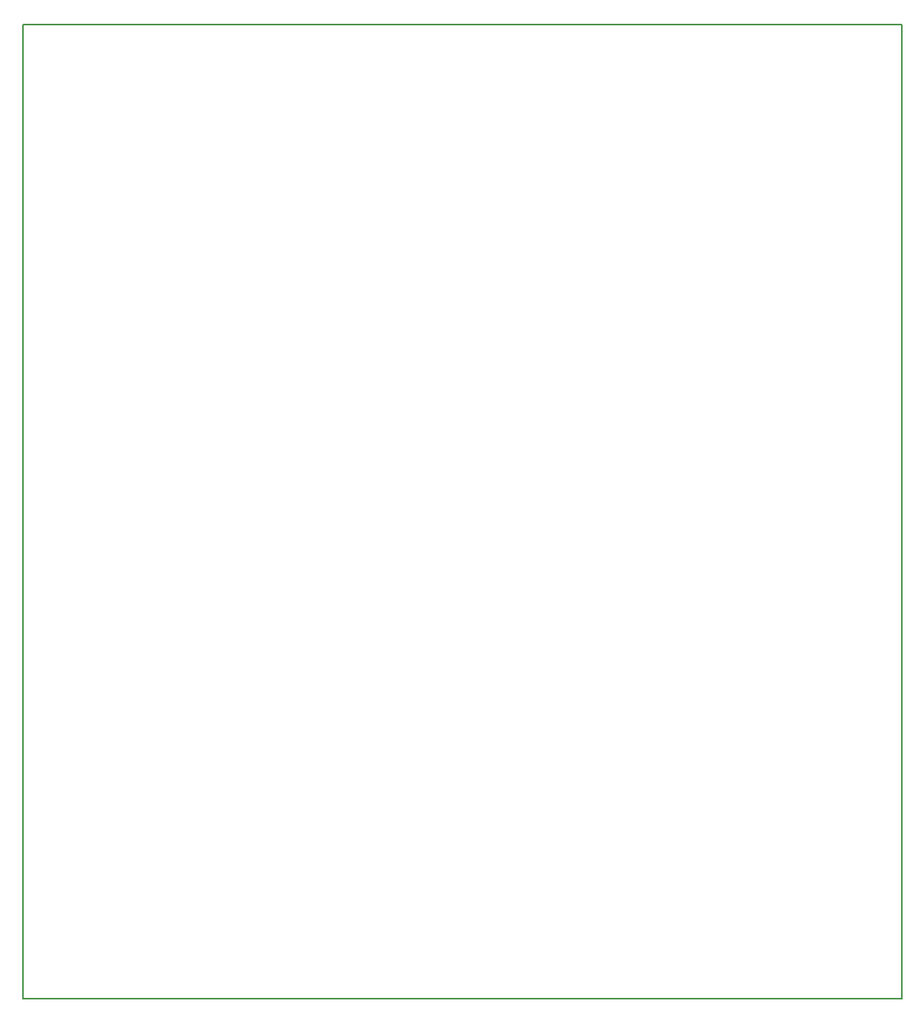
<source format=gbr>
G04 #@! TF.FileFunction,Profile,NP*
%FSLAX46Y46*%
G04 Gerber Fmt 4.6, Leading zero omitted, Abs format (unit mm)*
G04 Created by KiCad (PCBNEW 4.0.6) date 05/19/17 13:08:51*
%MOMM*%
%LPD*%
G01*
G04 APERTURE LIST*
%ADD10C,0.100000*%
%ADD11C,0.150000*%
G04 APERTURE END LIST*
D10*
D11*
X33020000Y-119380000D02*
X33020000Y-15240000D01*
X127000000Y-119380000D02*
X33020000Y-119380000D01*
X127000000Y-15240000D02*
X127000000Y-119380000D01*
X33020000Y-15240000D02*
X127000000Y-15240000D01*
M02*

</source>
